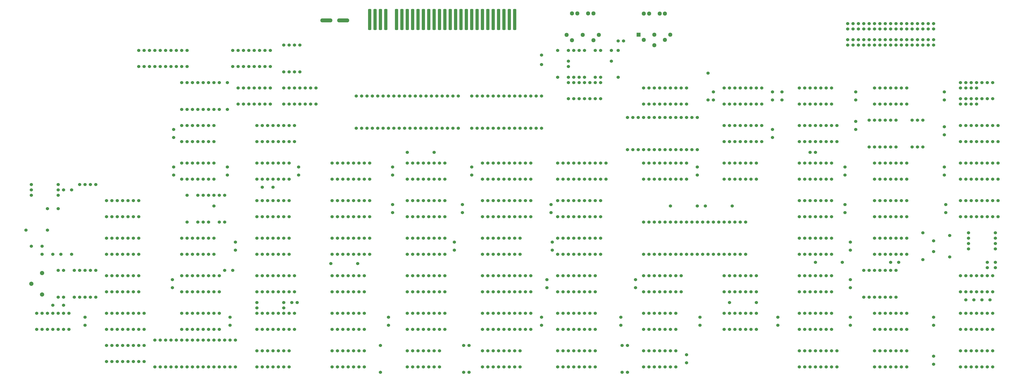
<source format=gbp>
%TF.GenerationSoftware,KiCad,Pcbnew,7.0.1-0*%
%TF.CreationDate,2023-04-04T14:40:02+03:00*%
%TF.ProjectId,HC2000,48433230-3030-42e6-9b69-6361645f7063,rev?*%
%TF.SameCoordinates,Original*%
%TF.FileFunction,Paste,Bot*%
%TF.FilePolarity,Positive*%
%FSLAX46Y46*%
G04 Gerber Fmt 4.6, Leading zero omitted, Abs format (unit mm)*
G04 Created by KiCad (PCBNEW 7.0.1-0) date 2023-04-04 14:40:02*
%MOMM*%
%LPD*%
G01*
G04 APERTURE LIST*
G04 Aperture macros list*
%AMRoundRect*
0 Rectangle with rounded corners*
0 $1 Rounding radius*
0 $2 $3 $4 $5 $6 $7 $8 $9 X,Y pos of 4 corners*
0 Add a 4 corners polygon primitive as box body*
4,1,4,$2,$3,$4,$5,$6,$7,$8,$9,$2,$3,0*
0 Add four circle primitives for the rounded corners*
1,1,$1+$1,$2,$3*
1,1,$1+$1,$4,$5*
1,1,$1+$1,$6,$7*
1,1,$1+$1,$8,$9*
0 Add four rect primitives between the rounded corners*
20,1,$1+$1,$2,$3,$4,$5,0*
20,1,$1+$1,$4,$5,$6,$7,0*
20,1,$1+$1,$6,$7,$8,$9,0*
20,1,$1+$1,$8,$9,$2,$3,0*%
G04 Aperture macros list end*
%ADD10C,1.524000*%
%ADD11C,1.948180*%
%ADD12RoundRect,0.381000X-0.381000X-4.619000X0.381000X-4.619000X0.381000X4.619000X-0.381000X4.619000X0*%
%ADD13C,2.000000*%
%ADD14R,1.948180X1.948180*%
%ADD15O,5.715000X1.905000*%
G04 APERTURE END LIST*
D10*
X523900000Y-153110000D03*
X523900000Y-165810000D03*
X275615000Y-193115000D03*
X275615000Y-196925000D03*
X506120000Y-236930000D03*
X506120000Y-224230000D03*
D11*
X357930000Y-112700000D03*
X365550000Y-112700000D03*
X373170000Y-112700000D03*
X360470000Y-115240000D03*
X370630000Y-115240000D03*
X370630000Y-102540000D03*
X368090000Y-102540000D03*
X363010000Y-102540000D03*
X360470000Y-102540000D03*
D10*
X155600000Y-127710000D03*
X158140000Y-127710000D03*
X160680000Y-127710000D03*
X163220000Y-127710000D03*
X165760000Y-127710000D03*
X168300000Y-127710000D03*
X170840000Y-127710000D03*
X173380000Y-127710000D03*
X175920000Y-127710000D03*
X178460000Y-127710000D03*
X178460000Y-120090000D03*
X175920000Y-120090000D03*
X173380000Y-120090000D03*
X170840000Y-120090000D03*
X168300000Y-120090000D03*
X165760000Y-120090000D03*
X163220000Y-120090000D03*
X160680000Y-120090000D03*
X158140000Y-120090000D03*
X155600000Y-120090000D03*
X193700000Y-201370000D03*
X193700000Y-188670000D03*
X282600000Y-234390000D03*
X285140000Y-234390000D03*
X287680000Y-234390000D03*
X290220000Y-234390000D03*
X292760000Y-234390000D03*
X295300000Y-234390000D03*
X297840000Y-234390000D03*
X300380000Y-234390000D03*
X300380000Y-226770000D03*
X297840000Y-226770000D03*
X295300000Y-226770000D03*
X292760000Y-226770000D03*
X290220000Y-226770000D03*
X287680000Y-226770000D03*
X285140000Y-226770000D03*
X282600000Y-226770000D03*
D12*
X264820000Y-105485000D03*
X267360000Y-105485000D03*
X269900000Y-105485000D03*
X272440000Y-105485000D03*
X277520000Y-105485000D03*
X280060000Y-105485000D03*
X282600000Y-105485000D03*
X285140000Y-105485000D03*
X287680000Y-105485000D03*
X290220000Y-105485000D03*
X292760000Y-105485000D03*
X295300000Y-105485000D03*
X297840000Y-105485000D03*
X300380000Y-105485000D03*
X302920000Y-105485000D03*
X305460000Y-105485000D03*
X308000000Y-105485000D03*
X310540000Y-105485000D03*
X313080000Y-105485000D03*
X315620000Y-105485000D03*
X318160000Y-105485000D03*
X320700000Y-105485000D03*
X323240000Y-105485000D03*
X325780000Y-105485000D03*
X328320000Y-105485000D03*
X330860000Y-105485000D03*
X333400000Y-105485000D03*
D10*
X503580000Y-224230000D03*
X503580000Y-236930000D03*
X197510000Y-135330000D03*
X197510000Y-148030000D03*
X414680000Y-264235000D03*
X414680000Y-268045000D03*
X231165000Y-175335000D03*
X231165000Y-179145000D03*
X503580000Y-145490000D03*
X506120000Y-145490000D03*
X508660000Y-145490000D03*
X511200000Y-145490000D03*
X513740000Y-145490000D03*
X516280000Y-145490000D03*
X518820000Y-145490000D03*
X518820000Y-137870000D03*
X516280000Y-137870000D03*
X513740000Y-137870000D03*
X511200000Y-137870000D03*
X508660000Y-137870000D03*
X506120000Y-137870000D03*
X503580000Y-137870000D03*
X432460000Y-163270000D03*
X435000000Y-163270000D03*
X437540000Y-163270000D03*
X440080000Y-163270000D03*
X442620000Y-163270000D03*
X445160000Y-163270000D03*
X447700000Y-163270000D03*
X450240000Y-163270000D03*
X450240000Y-155650000D03*
X447700000Y-155650000D03*
X445160000Y-155650000D03*
X442620000Y-155650000D03*
X440080000Y-155650000D03*
X437540000Y-155650000D03*
X435000000Y-155650000D03*
X432460000Y-155650000D03*
X171475000Y-228675000D03*
X171475000Y-232485000D03*
X107340000Y-252170000D03*
X109880000Y-252170000D03*
X112420000Y-252170000D03*
X114960000Y-252170000D03*
X117500000Y-252170000D03*
X120040000Y-252170000D03*
X122580000Y-252170000D03*
X122580000Y-244550000D03*
X120040000Y-244550000D03*
X117500000Y-244550000D03*
X114960000Y-244550000D03*
X112420000Y-244550000D03*
X109880000Y-244550000D03*
X107340000Y-244550000D03*
X513740000Y-236930000D03*
X513740000Y-224230000D03*
X231800000Y-117550000D03*
X231800000Y-130250000D03*
X247040000Y-181050000D03*
X249580000Y-181050000D03*
X252120000Y-181050000D03*
X254660000Y-181050000D03*
X257200000Y-181050000D03*
X259740000Y-181050000D03*
X262280000Y-181050000D03*
X264820000Y-181050000D03*
X264820000Y-173430000D03*
X262280000Y-173430000D03*
X259740000Y-173430000D03*
X257200000Y-173430000D03*
X254660000Y-173430000D03*
X252120000Y-173430000D03*
X249580000Y-173430000D03*
X247040000Y-173430000D03*
X175920000Y-181050000D03*
X178460000Y-181050000D03*
X181000000Y-181050000D03*
X183540000Y-181050000D03*
X186080000Y-181050000D03*
X188620000Y-181050000D03*
X191160000Y-181050000D03*
X191160000Y-173430000D03*
X188620000Y-173430000D03*
X186080000Y-173430000D03*
X183540000Y-173430000D03*
X181000000Y-173430000D03*
X178460000Y-173430000D03*
X175920000Y-173430000D03*
X175920000Y-269950000D03*
X175920000Y-257250000D03*
X211480000Y-234390000D03*
X214020000Y-234390000D03*
X216560000Y-234390000D03*
X219100000Y-234390000D03*
X221640000Y-234390000D03*
X224180000Y-234390000D03*
X226720000Y-234390000D03*
X229260000Y-234390000D03*
X229260000Y-226770000D03*
X226720000Y-226770000D03*
X224180000Y-226770000D03*
X221640000Y-226770000D03*
X219100000Y-226770000D03*
X216560000Y-226770000D03*
X214020000Y-226770000D03*
X211480000Y-226770000D03*
X457860000Y-246455000D03*
X457860000Y-250265000D03*
X394360000Y-181050000D03*
X396900000Y-181050000D03*
X399440000Y-181050000D03*
X401980000Y-181050000D03*
X404520000Y-181050000D03*
X407060000Y-181050000D03*
X409600000Y-181050000D03*
X412140000Y-181050000D03*
X414680000Y-181050000D03*
X414680000Y-173430000D03*
X412140000Y-173430000D03*
X409600000Y-173430000D03*
X407060000Y-173430000D03*
X404520000Y-173430000D03*
X401980000Y-173430000D03*
X399440000Y-173430000D03*
X396900000Y-173430000D03*
X394360000Y-173430000D03*
X503580000Y-181050000D03*
X506120000Y-181050000D03*
X508660000Y-181050000D03*
X511200000Y-181050000D03*
X513740000Y-181050000D03*
X516280000Y-181050000D03*
X518820000Y-181050000D03*
X518820000Y-173430000D03*
X516280000Y-173430000D03*
X513740000Y-173430000D03*
X511200000Y-173430000D03*
X508660000Y-173430000D03*
X506120000Y-173430000D03*
X503580000Y-173430000D03*
X193700000Y-148030000D03*
X193700000Y-135330000D03*
X558190000Y-238200000D03*
X554380000Y-238200000D03*
X201320000Y-257250000D03*
X201320000Y-269950000D03*
X186080000Y-201370000D03*
X186080000Y-188670000D03*
X135280000Y-224230000D03*
X135280000Y-236930000D03*
X247040000Y-216610000D03*
X249580000Y-216610000D03*
X252120000Y-216610000D03*
X254660000Y-216610000D03*
X257200000Y-216610000D03*
X259740000Y-216610000D03*
X262280000Y-216610000D03*
X264820000Y-216610000D03*
X264820000Y-208990000D03*
X262280000Y-208990000D03*
X259740000Y-208990000D03*
X257200000Y-208990000D03*
X254660000Y-208990000D03*
X252120000Y-208990000D03*
X249580000Y-208990000D03*
X247040000Y-208990000D03*
X165760000Y-269950000D03*
X165760000Y-257250000D03*
X308635000Y-193115000D03*
X308635000Y-196925000D03*
X168300000Y-269950000D03*
X168300000Y-257250000D03*
X175920000Y-135330000D03*
X175920000Y-148030000D03*
X394360000Y-216610000D03*
X396900000Y-216610000D03*
X399440000Y-216610000D03*
X401980000Y-216610000D03*
X404520000Y-216610000D03*
X407060000Y-216610000D03*
X409600000Y-216610000D03*
X412140000Y-216610000D03*
X414680000Y-216610000D03*
X417220000Y-216610000D03*
X419760000Y-216610000D03*
X422300000Y-216610000D03*
X424840000Y-216610000D03*
X427380000Y-216610000D03*
X429920000Y-216610000D03*
X432460000Y-216610000D03*
X435000000Y-216610000D03*
X437540000Y-216610000D03*
X440080000Y-216610000D03*
X442620000Y-216610000D03*
X442620000Y-201370000D03*
X440080000Y-201370000D03*
X437540000Y-201370000D03*
X435000000Y-201370000D03*
X432460000Y-201370000D03*
X429920000Y-201370000D03*
X427380000Y-201370000D03*
X424840000Y-201370000D03*
X422300000Y-201370000D03*
X419760000Y-201370000D03*
X417220000Y-201370000D03*
X414680000Y-201370000D03*
X412140000Y-201370000D03*
X409600000Y-201370000D03*
X407060000Y-201370000D03*
X404520000Y-201370000D03*
X401980000Y-201370000D03*
X399440000Y-201370000D03*
X396900000Y-201370000D03*
X394360000Y-201370000D03*
X455320000Y-139775000D03*
X455320000Y-143585000D03*
X560730000Y-214070000D03*
X548030000Y-214070000D03*
X224180000Y-145490000D03*
X226720000Y-145490000D03*
X229260000Y-145490000D03*
X231800000Y-145490000D03*
X234340000Y-145490000D03*
X236880000Y-145490000D03*
X239420000Y-145490000D03*
X239420000Y-137870000D03*
X236880000Y-137870000D03*
X234340000Y-137870000D03*
X231800000Y-137870000D03*
X229260000Y-137870000D03*
X226720000Y-137870000D03*
X224180000Y-137870000D03*
X120040000Y-224230000D03*
X120040000Y-236930000D03*
X358800000Y-142950000D03*
X361340000Y-142950000D03*
X363880000Y-142950000D03*
X366420000Y-142950000D03*
X368960000Y-142950000D03*
X371500000Y-142950000D03*
X374040000Y-142950000D03*
X374040000Y-135330000D03*
X371500000Y-135330000D03*
X368960000Y-135330000D03*
X366420000Y-135330000D03*
X363880000Y-135330000D03*
X361340000Y-135330000D03*
X358800000Y-135330000D03*
X353720000Y-252170000D03*
X356260000Y-252170000D03*
X358800000Y-252170000D03*
X361340000Y-252170000D03*
X363880000Y-252170000D03*
X366420000Y-252170000D03*
X368960000Y-252170000D03*
X371500000Y-252170000D03*
X371500000Y-244550000D03*
X368960000Y-244550000D03*
X366420000Y-244550000D03*
X363880000Y-244550000D03*
X361340000Y-244550000D03*
X358800000Y-244550000D03*
X356260000Y-244550000D03*
X353720000Y-244550000D03*
X247040000Y-252170000D03*
X249580000Y-252170000D03*
X252120000Y-252170000D03*
X254660000Y-252170000D03*
X257200000Y-252170000D03*
X259740000Y-252170000D03*
X262280000Y-252170000D03*
X262280000Y-244550000D03*
X259740000Y-244550000D03*
X257200000Y-244550000D03*
X254660000Y-244550000D03*
X252120000Y-244550000D03*
X249580000Y-244550000D03*
X247040000Y-244550000D03*
X544220000Y-163270000D03*
X546760000Y-163270000D03*
X549300000Y-163270000D03*
X551840000Y-163270000D03*
X554380000Y-163270000D03*
X556920000Y-163270000D03*
X559460000Y-163270000D03*
X562000000Y-163270000D03*
X562000000Y-155650000D03*
X559460000Y-155650000D03*
X556920000Y-155650000D03*
X554380000Y-155650000D03*
X551840000Y-155650000D03*
X549300000Y-155650000D03*
X546760000Y-155650000D03*
X544220000Y-155650000D03*
X503580000Y-269950000D03*
X506120000Y-269950000D03*
X508660000Y-269950000D03*
X511200000Y-269950000D03*
X513740000Y-269950000D03*
X516280000Y-269950000D03*
X518820000Y-269950000D03*
X518820000Y-262330000D03*
X516280000Y-262330000D03*
X513740000Y-262330000D03*
X511200000Y-262330000D03*
X508660000Y-262330000D03*
X506120000Y-262330000D03*
X503580000Y-262330000D03*
X282600000Y-198830000D03*
X285140000Y-198830000D03*
X287680000Y-198830000D03*
X290220000Y-198830000D03*
X292760000Y-198830000D03*
X295300000Y-198830000D03*
X297840000Y-198830000D03*
X300380000Y-198830000D03*
X300380000Y-191210000D03*
X297840000Y-191210000D03*
X295300000Y-191210000D03*
X292760000Y-191210000D03*
X290220000Y-191210000D03*
X287680000Y-191210000D03*
X285140000Y-191210000D03*
X282600000Y-191210000D03*
X351180000Y-210895000D03*
X351180000Y-214705000D03*
X140360000Y-234390000D03*
X142900000Y-234390000D03*
X145440000Y-234390000D03*
X147980000Y-234390000D03*
X150520000Y-234390000D03*
X153060000Y-234390000D03*
X155600000Y-234390000D03*
X155600000Y-226770000D03*
X153060000Y-226770000D03*
X150520000Y-226770000D03*
X147980000Y-226770000D03*
X145440000Y-226770000D03*
X142900000Y-226770000D03*
X140360000Y-226770000D03*
X511200000Y-220420000D03*
X515010000Y-220420000D03*
X175920000Y-163270000D03*
X178460000Y-163270000D03*
X181000000Y-163270000D03*
X183540000Y-163270000D03*
X186080000Y-163270000D03*
X188620000Y-163270000D03*
X191160000Y-163270000D03*
X191160000Y-155650000D03*
X188620000Y-155650000D03*
X186080000Y-155650000D03*
X183540000Y-155650000D03*
X181000000Y-155650000D03*
X178460000Y-155650000D03*
X175920000Y-155650000D03*
D13*
X109880000Y-225500000D03*
X104800000Y-230580000D03*
X109880000Y-235660000D03*
D10*
X275615000Y-175335000D03*
X275615000Y-179145000D03*
X560730000Y-211530000D03*
X548030000Y-211530000D03*
X427380000Y-139775000D03*
X427380000Y-143585000D03*
X503580000Y-198830000D03*
X506120000Y-198830000D03*
X508660000Y-198830000D03*
X511200000Y-198830000D03*
X513740000Y-198830000D03*
X516280000Y-198830000D03*
X518820000Y-198830000D03*
X518820000Y-191210000D03*
X516280000Y-191210000D03*
X513740000Y-191210000D03*
X511200000Y-191210000D03*
X508660000Y-191210000D03*
X506120000Y-191210000D03*
X503580000Y-191210000D03*
X353720000Y-198830000D03*
X356260000Y-198830000D03*
X358800000Y-198830000D03*
X361340000Y-198830000D03*
X363880000Y-198830000D03*
X366420000Y-198830000D03*
X368960000Y-198830000D03*
X371500000Y-198830000D03*
X374040000Y-198830000D03*
X374040000Y-191210000D03*
X371500000Y-191210000D03*
X368960000Y-191210000D03*
X366420000Y-191210000D03*
X363880000Y-191210000D03*
X361340000Y-191210000D03*
X358800000Y-191210000D03*
X356260000Y-191210000D03*
X353720000Y-191210000D03*
X186080000Y-148030000D03*
X186080000Y-135330000D03*
X371500000Y-132790000D03*
X371500000Y-120090000D03*
X117500000Y-186130000D03*
X104800000Y-186130000D03*
X548030000Y-206450000D03*
X560730000Y-206450000D03*
X211480000Y-181050000D03*
X214020000Y-181050000D03*
X216560000Y-181050000D03*
X219100000Y-181050000D03*
X221640000Y-181050000D03*
X224180000Y-181050000D03*
X226720000Y-181050000D03*
X226720000Y-173430000D03*
X224180000Y-173430000D03*
X221640000Y-173430000D03*
X219100000Y-173430000D03*
X216560000Y-173430000D03*
X214020000Y-173430000D03*
X211480000Y-173430000D03*
X309270000Y-259790000D03*
X309270000Y-272490000D03*
X318160000Y-234390000D03*
X320700000Y-234390000D03*
X323240000Y-234390000D03*
X325780000Y-234390000D03*
X328320000Y-234390000D03*
X330860000Y-234390000D03*
X333400000Y-234390000D03*
X335940000Y-234390000D03*
X338480000Y-234390000D03*
X341020000Y-234390000D03*
X341020000Y-226770000D03*
X338480000Y-226770000D03*
X335940000Y-226770000D03*
X333400000Y-226770000D03*
X330860000Y-226770000D03*
X328320000Y-226770000D03*
X325780000Y-226770000D03*
X323240000Y-226770000D03*
X320700000Y-226770000D03*
X318160000Y-226770000D03*
D14*
X391941920Y-112618720D03*
D11*
X394441280Y-115118080D03*
X399440000Y-112618720D03*
X404438720Y-115118080D03*
X406938080Y-112618720D03*
X399440000Y-117619980D03*
X404438720Y-102621280D03*
X401939360Y-102621280D03*
X396940640Y-102621280D03*
X394441280Y-102621280D03*
D10*
X531520000Y-107390000D03*
X531520000Y-109930000D03*
X528980000Y-107390000D03*
X528980000Y-109930000D03*
X526440000Y-107390000D03*
X526440000Y-109930000D03*
X523900000Y-107390000D03*
X523900000Y-109930000D03*
X521360000Y-107390000D03*
X521360000Y-109930000D03*
X518820000Y-107390000D03*
X518820000Y-109930000D03*
X516280000Y-107390000D03*
X516280000Y-109930000D03*
X513740000Y-107390000D03*
X513740000Y-109930000D03*
X511200000Y-107390000D03*
X511200000Y-109930000D03*
X508660000Y-107390000D03*
X508660000Y-109930000D03*
X506120000Y-107390000D03*
X506120000Y-109930000D03*
X503580000Y-107390000D03*
X503580000Y-109930000D03*
X501040000Y-107390000D03*
X501040000Y-109930000D03*
X498500000Y-107390000D03*
X498500000Y-109930000D03*
X495960000Y-107390000D03*
X495960000Y-109930000D03*
X493420000Y-107390000D03*
X493420000Y-109930000D03*
X490880000Y-107390000D03*
X490880000Y-109930000D03*
X140360000Y-216610000D03*
X142900000Y-216610000D03*
X145440000Y-216610000D03*
X147980000Y-216610000D03*
X150520000Y-216610000D03*
X153060000Y-216610000D03*
X155600000Y-216610000D03*
X155600000Y-208990000D03*
X153060000Y-208990000D03*
X150520000Y-208990000D03*
X147980000Y-208990000D03*
X145440000Y-208990000D03*
X142900000Y-208990000D03*
X140360000Y-208990000D03*
X224180000Y-242010000D03*
X211480000Y-242010000D03*
X191160000Y-193750000D03*
X191160000Y-188670000D03*
X140360000Y-252170000D03*
X142900000Y-252170000D03*
X145440000Y-252170000D03*
X147980000Y-252170000D03*
X150520000Y-252170000D03*
X153060000Y-252170000D03*
X155600000Y-252170000D03*
X158140000Y-252170000D03*
X158140000Y-244550000D03*
X155600000Y-244550000D03*
X153060000Y-244550000D03*
X150520000Y-244550000D03*
X147980000Y-244550000D03*
X145440000Y-244550000D03*
X142900000Y-244550000D03*
X140360000Y-244550000D03*
X353720000Y-269950000D03*
X356260000Y-269950000D03*
X358800000Y-269950000D03*
X361340000Y-269950000D03*
X363880000Y-269950000D03*
X366420000Y-269950000D03*
X368960000Y-269950000D03*
X371500000Y-269950000D03*
X371500000Y-262330000D03*
X368960000Y-262330000D03*
X366420000Y-262330000D03*
X363880000Y-262330000D03*
X361340000Y-262330000D03*
X358800000Y-262330000D03*
X356260000Y-262330000D03*
X353720000Y-262330000D03*
X311810000Y-272490000D03*
X311810000Y-259790000D03*
X501040000Y-165810000D03*
X501040000Y-153110000D03*
X117500000Y-195020000D03*
X112420000Y-195020000D03*
X219100000Y-184860000D03*
X214020000Y-184860000D03*
X181000000Y-257250000D03*
X181000000Y-269950000D03*
X394360000Y-252170000D03*
X396900000Y-252170000D03*
X399440000Y-252170000D03*
X401980000Y-252170000D03*
X404520000Y-252170000D03*
X407060000Y-252170000D03*
X409600000Y-252170000D03*
X409600000Y-244550000D03*
X407060000Y-244550000D03*
X404520000Y-244550000D03*
X401980000Y-244550000D03*
X399440000Y-244550000D03*
X396900000Y-244550000D03*
X394360000Y-244550000D03*
X196240000Y-201370000D03*
X196240000Y-188670000D03*
X503580000Y-165810000D03*
X503580000Y-153110000D03*
X175920000Y-216610000D03*
X178460000Y-216610000D03*
X181000000Y-216610000D03*
X183540000Y-216610000D03*
X186080000Y-216610000D03*
X188620000Y-216610000D03*
X191160000Y-216610000D03*
X191160000Y-208990000D03*
X188620000Y-208990000D03*
X186080000Y-208990000D03*
X183540000Y-208990000D03*
X181000000Y-208990000D03*
X178460000Y-208990000D03*
X175920000Y-208990000D03*
X468020000Y-198830000D03*
X470560000Y-198830000D03*
X473100000Y-198830000D03*
X475640000Y-198830000D03*
X478180000Y-198830000D03*
X480720000Y-198830000D03*
X483260000Y-198830000D03*
X483260000Y-191210000D03*
X480720000Y-191210000D03*
X478180000Y-191210000D03*
X475640000Y-191210000D03*
X473100000Y-191210000D03*
X470560000Y-191210000D03*
X468020000Y-191210000D03*
X163220000Y-269950000D03*
X163220000Y-257250000D03*
X269900000Y-259790000D03*
X269900000Y-272490000D03*
X546760000Y-238200000D03*
X550570000Y-238200000D03*
X526440000Y-153110000D03*
X526440000Y-165810000D03*
X536600000Y-139775000D03*
X536600000Y-143585000D03*
X200050000Y-224230000D03*
X196240000Y-224230000D03*
X175920000Y-252170000D03*
X178460000Y-252170000D03*
X181000000Y-252170000D03*
X183540000Y-252170000D03*
X186080000Y-252170000D03*
X188620000Y-252170000D03*
X191160000Y-252170000D03*
X193700000Y-252170000D03*
X193700000Y-244550000D03*
X191160000Y-244550000D03*
X188620000Y-244550000D03*
X186080000Y-244550000D03*
X183540000Y-244550000D03*
X181000000Y-244550000D03*
X178460000Y-244550000D03*
X175920000Y-244550000D03*
X313080000Y-156920000D03*
X315620000Y-156920000D03*
X318160000Y-156920000D03*
X320700000Y-156920000D03*
X323240000Y-156920000D03*
X325780000Y-156920000D03*
X328320000Y-156920000D03*
X330860000Y-156920000D03*
X333400000Y-156920000D03*
X335940000Y-156920000D03*
X338480000Y-156920000D03*
X341020000Y-156920000D03*
X343560000Y-156920000D03*
X346100000Y-156920000D03*
X346100000Y-141680000D03*
X343560000Y-141680000D03*
X341020000Y-141680000D03*
X338480000Y-141680000D03*
X335940000Y-141680000D03*
X333400000Y-141680000D03*
X330860000Y-141680000D03*
X328320000Y-141680000D03*
X325780000Y-141680000D03*
X323240000Y-141680000D03*
X320700000Y-141680000D03*
X318160000Y-141680000D03*
X315620000Y-141680000D03*
X313080000Y-141680000D03*
X424840000Y-143585000D03*
X424840000Y-130885000D03*
X468020000Y-252170000D03*
X470560000Y-252170000D03*
X473100000Y-252170000D03*
X475640000Y-252170000D03*
X478180000Y-252170000D03*
X480720000Y-252170000D03*
X483260000Y-252170000D03*
X483260000Y-244550000D03*
X480720000Y-244550000D03*
X478180000Y-244550000D03*
X475640000Y-244550000D03*
X473100000Y-244550000D03*
X470560000Y-244550000D03*
X468020000Y-244550000D03*
X211480000Y-163270000D03*
X214020000Y-163270000D03*
X216560000Y-163270000D03*
X219100000Y-163270000D03*
X221640000Y-163270000D03*
X224180000Y-163270000D03*
X226720000Y-163270000D03*
X229260000Y-163270000D03*
X229260000Y-155650000D03*
X226720000Y-155650000D03*
X224180000Y-155650000D03*
X221640000Y-155650000D03*
X219100000Y-155650000D03*
X216560000Y-155650000D03*
X214020000Y-155650000D03*
X211480000Y-155650000D03*
X125120000Y-224230000D03*
X125120000Y-236930000D03*
X506120000Y-165810000D03*
X506120000Y-153110000D03*
X348640000Y-228675000D03*
X348640000Y-232485000D03*
X501040000Y-236930000D03*
X501040000Y-224230000D03*
X548030000Y-208990000D03*
X560730000Y-208990000D03*
X172110000Y-157555000D03*
X172110000Y-161365000D03*
X211480000Y-269950000D03*
X214020000Y-269950000D03*
X216560000Y-269950000D03*
X219100000Y-269950000D03*
X221640000Y-269950000D03*
X224180000Y-269950000D03*
X226720000Y-269950000D03*
X226720000Y-262330000D03*
X224180000Y-262330000D03*
X221640000Y-262330000D03*
X219100000Y-262330000D03*
X216560000Y-262330000D03*
X214020000Y-262330000D03*
X211480000Y-262330000D03*
X492150000Y-228675000D03*
X492150000Y-232485000D03*
X346100000Y-122312500D03*
X346100000Y-126757500D03*
X531520000Y-215340000D03*
X531520000Y-210260000D03*
X539140000Y-207720000D03*
X539140000Y-217880000D03*
X382295000Y-132790000D03*
X382295000Y-120090000D03*
X173380000Y-269950000D03*
X173380000Y-257250000D03*
X120040000Y-240740000D03*
X114960000Y-240740000D03*
X544220000Y-252170000D03*
X546760000Y-252170000D03*
X549300000Y-252170000D03*
X551840000Y-252170000D03*
X554380000Y-252170000D03*
X556920000Y-252170000D03*
X559460000Y-252170000D03*
X559460000Y-244550000D03*
X556920000Y-244550000D03*
X554380000Y-244550000D03*
X551840000Y-244550000D03*
X549300000Y-244550000D03*
X546760000Y-244550000D03*
X544220000Y-244550000D03*
X295300000Y-168350000D03*
X282600000Y-168350000D03*
X353720000Y-181050000D03*
X356260000Y-181050000D03*
X358800000Y-181050000D03*
X361340000Y-181050000D03*
X363880000Y-181050000D03*
X366420000Y-181050000D03*
X368960000Y-181050000D03*
X371500000Y-181050000D03*
X374040000Y-181050000D03*
X376580000Y-181050000D03*
X376580000Y-173430000D03*
X374040000Y-173430000D03*
X371500000Y-173430000D03*
X368960000Y-173430000D03*
X366420000Y-173430000D03*
X363880000Y-173430000D03*
X361340000Y-173430000D03*
X358800000Y-173430000D03*
X356260000Y-173430000D03*
X353720000Y-173430000D03*
X181000000Y-148030000D03*
X181000000Y-135330000D03*
X531520000Y-115010000D03*
X531520000Y-117550000D03*
X528980000Y-115010000D03*
X528980000Y-117550000D03*
X526440000Y-115010000D03*
X526440000Y-117550000D03*
X523900000Y-115010000D03*
X523900000Y-117550000D03*
X521360000Y-115010000D03*
X521360000Y-117550000D03*
X518820000Y-115010000D03*
X518820000Y-117550000D03*
X516280000Y-115010000D03*
X516280000Y-117550000D03*
X513740000Y-115010000D03*
X513740000Y-117550000D03*
X511200000Y-115010000D03*
X511200000Y-117550000D03*
X508660000Y-115010000D03*
X508660000Y-117550000D03*
X506120000Y-115010000D03*
X506120000Y-117550000D03*
X503580000Y-115010000D03*
X503580000Y-117550000D03*
X501040000Y-115010000D03*
X501040000Y-117550000D03*
X498500000Y-115010000D03*
X498500000Y-117550000D03*
X495960000Y-115010000D03*
X495960000Y-117550000D03*
X493420000Y-115010000D03*
X493420000Y-117550000D03*
X490880000Y-115010000D03*
X490880000Y-117550000D03*
X468020000Y-181050000D03*
X470560000Y-181050000D03*
X473100000Y-181050000D03*
X475640000Y-181050000D03*
X478180000Y-181050000D03*
X480720000Y-181050000D03*
X483260000Y-181050000D03*
X483260000Y-173430000D03*
X480720000Y-173430000D03*
X478180000Y-173430000D03*
X475640000Y-173430000D03*
X473100000Y-173430000D03*
X470560000Y-173430000D03*
X468020000Y-173430000D03*
X492150000Y-246455000D03*
X492150000Y-250265000D03*
X140360000Y-267410000D03*
X142900000Y-267410000D03*
X145440000Y-267410000D03*
X147980000Y-267410000D03*
X150520000Y-267410000D03*
X153060000Y-267410000D03*
X155600000Y-267410000D03*
X158140000Y-267410000D03*
X158140000Y-259790000D03*
X155600000Y-259790000D03*
X153060000Y-259790000D03*
X150520000Y-259790000D03*
X147980000Y-259790000D03*
X145440000Y-259790000D03*
X142900000Y-259790000D03*
X140360000Y-259790000D03*
X544220000Y-198830000D03*
X546760000Y-198830000D03*
X549300000Y-198830000D03*
X551840000Y-198830000D03*
X554380000Y-198830000D03*
X556920000Y-198830000D03*
X559460000Y-198830000D03*
X562000000Y-198830000D03*
X562000000Y-191210000D03*
X559460000Y-191210000D03*
X556920000Y-191210000D03*
X554380000Y-191210000D03*
X551840000Y-191210000D03*
X549300000Y-191210000D03*
X546760000Y-191210000D03*
X544220000Y-191210000D03*
X498500000Y-224230000D03*
X498500000Y-236930000D03*
X374040000Y-120090000D03*
X374040000Y-132790000D03*
X366420000Y-132790000D03*
X366420000Y-120090000D03*
X511200000Y-236930000D03*
X511200000Y-224230000D03*
X117500000Y-236930000D03*
X117500000Y-224230000D03*
X318160000Y-216610000D03*
X320700000Y-216610000D03*
X323240000Y-216610000D03*
X325780000Y-216610000D03*
X328320000Y-216610000D03*
X330860000Y-216610000D03*
X333400000Y-216610000D03*
X335940000Y-216610000D03*
X335940000Y-208990000D03*
X333400000Y-208990000D03*
X330860000Y-208990000D03*
X328320000Y-208990000D03*
X325780000Y-208990000D03*
X323240000Y-208990000D03*
X320700000Y-208990000D03*
X318160000Y-208990000D03*
X198780000Y-257250000D03*
X198780000Y-269950000D03*
X211480000Y-216610000D03*
X214020000Y-216610000D03*
X216560000Y-216610000D03*
X219100000Y-216610000D03*
X221640000Y-216610000D03*
X224180000Y-216610000D03*
X226720000Y-216610000D03*
X226720000Y-208990000D03*
X224180000Y-208990000D03*
X221640000Y-208990000D03*
X219100000Y-208990000D03*
X216560000Y-208990000D03*
X214020000Y-208990000D03*
X211480000Y-208990000D03*
X513740000Y-153110000D03*
X513740000Y-165810000D03*
X258470000Y-156920000D03*
X261010000Y-156920000D03*
X263550000Y-156920000D03*
X266090000Y-156920000D03*
X268630000Y-156920000D03*
X271170000Y-156920000D03*
X273710000Y-156920000D03*
X276250000Y-156920000D03*
X278790000Y-156920000D03*
X281330000Y-156920000D03*
X283870000Y-156920000D03*
X286410000Y-156920000D03*
X288950000Y-156920000D03*
X291490000Y-156920000D03*
X294030000Y-156920000D03*
X296570000Y-156920000D03*
X299110000Y-156920000D03*
X301650000Y-156920000D03*
X304190000Y-156920000D03*
X306730000Y-156920000D03*
X306730000Y-141680000D03*
X304190000Y-141680000D03*
X301650000Y-141680000D03*
X299110000Y-141680000D03*
X296570000Y-141680000D03*
X294030000Y-141680000D03*
X291490000Y-141680000D03*
X288950000Y-141680000D03*
X286410000Y-141680000D03*
X283870000Y-141680000D03*
X281330000Y-141680000D03*
X278790000Y-141680000D03*
X276250000Y-141680000D03*
X273710000Y-141680000D03*
X271170000Y-141680000D03*
X268630000Y-141680000D03*
X266090000Y-141680000D03*
X263550000Y-141680000D03*
X261010000Y-141680000D03*
X258470000Y-141680000D03*
X468020000Y-216610000D03*
X470560000Y-216610000D03*
X473100000Y-216610000D03*
X475640000Y-216610000D03*
X478180000Y-216610000D03*
X480720000Y-216610000D03*
X483260000Y-216610000D03*
X483260000Y-208990000D03*
X480720000Y-208990000D03*
X478180000Y-208990000D03*
X475640000Y-208990000D03*
X473100000Y-208990000D03*
X470560000Y-208990000D03*
X468020000Y-208990000D03*
X318160000Y-198830000D03*
X320700000Y-198830000D03*
X323240000Y-198830000D03*
X325780000Y-198830000D03*
X328320000Y-198830000D03*
X330860000Y-198830000D03*
X333400000Y-198830000D03*
X335940000Y-198830000D03*
X338480000Y-198830000D03*
X341020000Y-198830000D03*
X341020000Y-191210000D03*
X338480000Y-191210000D03*
X335940000Y-191210000D03*
X333400000Y-191210000D03*
X330860000Y-191210000D03*
X328320000Y-191210000D03*
X325780000Y-191210000D03*
X323240000Y-191210000D03*
X320700000Y-191210000D03*
X318160000Y-191210000D03*
X247040000Y-198830000D03*
X249580000Y-198830000D03*
X252120000Y-198830000D03*
X254660000Y-198830000D03*
X257200000Y-198830000D03*
X259740000Y-198830000D03*
X262280000Y-198830000D03*
X264820000Y-198830000D03*
X264820000Y-191210000D03*
X262280000Y-191210000D03*
X259740000Y-191210000D03*
X257200000Y-191210000D03*
X254660000Y-191210000D03*
X252120000Y-191210000D03*
X249580000Y-191210000D03*
X247040000Y-191210000D03*
X191160000Y-269950000D03*
X191160000Y-257250000D03*
X353720000Y-216610000D03*
X356260000Y-216610000D03*
X358800000Y-216610000D03*
X361340000Y-216610000D03*
X363880000Y-216610000D03*
X366420000Y-216610000D03*
X368960000Y-216610000D03*
X371500000Y-216610000D03*
X374040000Y-216610000D03*
X374040000Y-208990000D03*
X371500000Y-208990000D03*
X368960000Y-208990000D03*
X366420000Y-208990000D03*
X363880000Y-208990000D03*
X361340000Y-208990000D03*
X358800000Y-208990000D03*
X356260000Y-208990000D03*
X353720000Y-208990000D03*
X183540000Y-188670000D03*
X183540000Y-201370000D03*
X475640000Y-168350000D03*
X473100000Y-168350000D03*
D15*
X244310000Y-105900000D03*
X252310000Y-105900000D03*
D10*
X489610000Y-175335000D03*
X489610000Y-179145000D03*
X197510000Y-175335000D03*
X197510000Y-179145000D03*
X526440000Y-219150000D03*
X526440000Y-206450000D03*
X193700000Y-269950000D03*
X193700000Y-257250000D03*
X282600000Y-181050000D03*
X285140000Y-181050000D03*
X287680000Y-181050000D03*
X290220000Y-181050000D03*
X292760000Y-181050000D03*
X295300000Y-181050000D03*
X297840000Y-181050000D03*
X300380000Y-181050000D03*
X300380000Y-173430000D03*
X297840000Y-173430000D03*
X295300000Y-173430000D03*
X292760000Y-173430000D03*
X290220000Y-173430000D03*
X287680000Y-173430000D03*
X285140000Y-173430000D03*
X282600000Y-173430000D03*
X304825000Y-210895000D03*
X304825000Y-214705000D03*
X536600000Y-175335000D03*
X536600000Y-179145000D03*
X492150000Y-210895000D03*
X492150000Y-214705000D03*
X544220000Y-142950000D03*
X546760000Y-142950000D03*
X549300000Y-142950000D03*
X551840000Y-142950000D03*
X554380000Y-142950000D03*
X556920000Y-142950000D03*
X559460000Y-142950000D03*
X559460000Y-135330000D03*
X556920000Y-135330000D03*
X554380000Y-135330000D03*
X551840000Y-135330000D03*
X549300000Y-135330000D03*
X546760000Y-135330000D03*
X544220000Y-135330000D03*
X537235000Y-193115000D03*
X537235000Y-196925000D03*
X556920000Y-220420000D03*
X560730000Y-220420000D03*
X494690000Y-157555000D03*
X494690000Y-153745000D03*
X227990000Y-239440000D03*
X230530000Y-239440000D03*
X407060000Y-193750000D03*
X419760000Y-193750000D03*
X201320000Y-210895000D03*
X201320000Y-214705000D03*
X130200000Y-236930000D03*
X130200000Y-224230000D03*
X211480000Y-198830000D03*
X214020000Y-198830000D03*
X216560000Y-198830000D03*
X219100000Y-198830000D03*
X221640000Y-198830000D03*
X224180000Y-198830000D03*
X226720000Y-198830000D03*
X226720000Y-191210000D03*
X224180000Y-191210000D03*
X221640000Y-191210000D03*
X219100000Y-191210000D03*
X216560000Y-191210000D03*
X214020000Y-191210000D03*
X211480000Y-191210000D03*
X536600000Y-156285000D03*
X536600000Y-160095000D03*
X468020000Y-234390000D03*
X470560000Y-234390000D03*
X473100000Y-234390000D03*
X475640000Y-234390000D03*
X478180000Y-234390000D03*
X480720000Y-234390000D03*
X483260000Y-234390000D03*
X483260000Y-226770000D03*
X480720000Y-226770000D03*
X478180000Y-226770000D03*
X475640000Y-226770000D03*
X473100000Y-226770000D03*
X470560000Y-226770000D03*
X468020000Y-226770000D03*
X489610000Y-193115000D03*
X489610000Y-196925000D03*
X361340000Y-132790000D03*
X361340000Y-120090000D03*
X117500000Y-188670000D03*
X104800000Y-188670000D03*
X383565000Y-246455000D03*
X383565000Y-250265000D03*
X130200000Y-246455000D03*
X130200000Y-250265000D03*
X544220000Y-181050000D03*
X546760000Y-181050000D03*
X549300000Y-181050000D03*
X551840000Y-181050000D03*
X554380000Y-181050000D03*
X556920000Y-181050000D03*
X559460000Y-181050000D03*
X562000000Y-181050000D03*
X562000000Y-173430000D03*
X559460000Y-173430000D03*
X556920000Y-173430000D03*
X554380000Y-173430000D03*
X551840000Y-173430000D03*
X549300000Y-173430000D03*
X546760000Y-173430000D03*
X544220000Y-173430000D03*
X178460000Y-148030000D03*
X178460000Y-135330000D03*
X282600000Y-252170000D03*
X285140000Y-252170000D03*
X287680000Y-252170000D03*
X290220000Y-252170000D03*
X292760000Y-252170000D03*
X295300000Y-252170000D03*
X297840000Y-252170000D03*
X300380000Y-252170000D03*
X300380000Y-244550000D03*
X297840000Y-244550000D03*
X295300000Y-244550000D03*
X292760000Y-244550000D03*
X290220000Y-244550000D03*
X287680000Y-244550000D03*
X285140000Y-244550000D03*
X282600000Y-244550000D03*
X170840000Y-269950000D03*
X170840000Y-257250000D03*
X183540000Y-257250000D03*
X183540000Y-269950000D03*
X386740000Y-167080000D03*
X389280000Y-167080000D03*
X391820000Y-167080000D03*
X394360000Y-167080000D03*
X396900000Y-167080000D03*
X399440000Y-167080000D03*
X401980000Y-167080000D03*
X404520000Y-167080000D03*
X407060000Y-167080000D03*
X409600000Y-167080000D03*
X412140000Y-167080000D03*
X414680000Y-167080000D03*
X417220000Y-167080000D03*
X419760000Y-167080000D03*
X419760000Y-151840000D03*
X417220000Y-151840000D03*
X414680000Y-151840000D03*
X412140000Y-151840000D03*
X409600000Y-151840000D03*
X407060000Y-151840000D03*
X404520000Y-151840000D03*
X401980000Y-151840000D03*
X399440000Y-151840000D03*
X396900000Y-151840000D03*
X394360000Y-151840000D03*
X391820000Y-151840000D03*
X389280000Y-151840000D03*
X386740000Y-151840000D03*
X226720000Y-117550000D03*
X226720000Y-130250000D03*
X196240000Y-269950000D03*
X196240000Y-257250000D03*
X318160000Y-181050000D03*
X320700000Y-181050000D03*
X323240000Y-181050000D03*
X325780000Y-181050000D03*
X328320000Y-181050000D03*
X330860000Y-181050000D03*
X333400000Y-181050000D03*
X335940000Y-181050000D03*
X338480000Y-181050000D03*
X341020000Y-181050000D03*
X341020000Y-173430000D03*
X338480000Y-173430000D03*
X335940000Y-173430000D03*
X333400000Y-173430000D03*
X330860000Y-173430000D03*
X328320000Y-173430000D03*
X325780000Y-173430000D03*
X323240000Y-173430000D03*
X320700000Y-173430000D03*
X318160000Y-173430000D03*
X432460000Y-181050000D03*
X435000000Y-181050000D03*
X437540000Y-181050000D03*
X440080000Y-181050000D03*
X442620000Y-181050000D03*
X445160000Y-181050000D03*
X447700000Y-181050000D03*
X447700000Y-173430000D03*
X445160000Y-173430000D03*
X442620000Y-173430000D03*
X440080000Y-173430000D03*
X437540000Y-173430000D03*
X435000000Y-173430000D03*
X432460000Y-173430000D03*
X394360000Y-234390000D03*
X396900000Y-234390000D03*
X399440000Y-234390000D03*
X401980000Y-234390000D03*
X404520000Y-234390000D03*
X407060000Y-234390000D03*
X409600000Y-234390000D03*
X412140000Y-234390000D03*
X412140000Y-226770000D03*
X409600000Y-226770000D03*
X407060000Y-226770000D03*
X404520000Y-226770000D03*
X401980000Y-226770000D03*
X399440000Y-226770000D03*
X396900000Y-226770000D03*
X394360000Y-226770000D03*
X394360000Y-269950000D03*
X396900000Y-269950000D03*
X399440000Y-269950000D03*
X401980000Y-269950000D03*
X404520000Y-269950000D03*
X407060000Y-269950000D03*
X409600000Y-269950000D03*
X409600000Y-262330000D03*
X407060000Y-262330000D03*
X404520000Y-262330000D03*
X401980000Y-262330000D03*
X399440000Y-262330000D03*
X396900000Y-262330000D03*
X394360000Y-262330000D03*
X358800000Y-125170000D03*
X358800000Y-120090000D03*
X140360000Y-198830000D03*
X142900000Y-198830000D03*
X145440000Y-198830000D03*
X147980000Y-198830000D03*
X150520000Y-198830000D03*
X153060000Y-198830000D03*
X155600000Y-198830000D03*
X155600000Y-191210000D03*
X153060000Y-191210000D03*
X150520000Y-191210000D03*
X147980000Y-191210000D03*
X145440000Y-191210000D03*
X142900000Y-191210000D03*
X140360000Y-191210000D03*
X521360000Y-153110000D03*
X521360000Y-165810000D03*
X353720000Y-120090000D03*
X353720000Y-132790000D03*
X432460000Y-145490000D03*
X435000000Y-145490000D03*
X437540000Y-145490000D03*
X440080000Y-145490000D03*
X442620000Y-145490000D03*
X445160000Y-145490000D03*
X447700000Y-145490000D03*
X450240000Y-145490000D03*
X450240000Y-137870000D03*
X447700000Y-137870000D03*
X445160000Y-137870000D03*
X442620000Y-137870000D03*
X440080000Y-137870000D03*
X437540000Y-137870000D03*
X435000000Y-137870000D03*
X432460000Y-137870000D03*
X318160000Y-252170000D03*
X320700000Y-252170000D03*
X323240000Y-252170000D03*
X325780000Y-252170000D03*
X328320000Y-252170000D03*
X330860000Y-252170000D03*
X333400000Y-252170000D03*
X335940000Y-252170000D03*
X338480000Y-252170000D03*
X341020000Y-252170000D03*
X341020000Y-244550000D03*
X338480000Y-244550000D03*
X335940000Y-244550000D03*
X333400000Y-244550000D03*
X330860000Y-244550000D03*
X328320000Y-244550000D03*
X325780000Y-244550000D03*
X323240000Y-244550000D03*
X320700000Y-244550000D03*
X318160000Y-244550000D03*
X198780000Y-246455000D03*
X198780000Y-250265000D03*
X123850000Y-186130000D03*
X120040000Y-186130000D03*
X135280000Y-183590000D03*
X132740000Y-183590000D03*
X130200000Y-183590000D03*
X127660000Y-183590000D03*
X247040000Y-269950000D03*
X249580000Y-269950000D03*
X252120000Y-269950000D03*
X254660000Y-269950000D03*
X257200000Y-269950000D03*
X259740000Y-269950000D03*
X262280000Y-269950000D03*
X262280000Y-262330000D03*
X259740000Y-262330000D03*
X257200000Y-262330000D03*
X254660000Y-262330000D03*
X252120000Y-262330000D03*
X249580000Y-262330000D03*
X247040000Y-262330000D03*
X200050000Y-127710000D03*
X202590000Y-127710000D03*
X205130000Y-127710000D03*
X207670000Y-127710000D03*
X210210000Y-127710000D03*
X212750000Y-127710000D03*
X215290000Y-127710000D03*
X217830000Y-127710000D03*
X217830000Y-120090000D03*
X215290000Y-120090000D03*
X212750000Y-120090000D03*
X210210000Y-120090000D03*
X207670000Y-120090000D03*
X205130000Y-120090000D03*
X202590000Y-120090000D03*
X200050000Y-120090000D03*
X531520000Y-268680000D03*
X531520000Y-264870000D03*
X282600000Y-269950000D03*
X285140000Y-269950000D03*
X287680000Y-269950000D03*
X290220000Y-269950000D03*
X292760000Y-269950000D03*
X295300000Y-269950000D03*
X297840000Y-269950000D03*
X297840000Y-262330000D03*
X295300000Y-262330000D03*
X292760000Y-262330000D03*
X290220000Y-262330000D03*
X287680000Y-262330000D03*
X285140000Y-262330000D03*
X282600000Y-262330000D03*
X503580000Y-216610000D03*
X506120000Y-216610000D03*
X508660000Y-216610000D03*
X511200000Y-216610000D03*
X513740000Y-216610000D03*
X516280000Y-216610000D03*
X518820000Y-216610000D03*
X518820000Y-208990000D03*
X516280000Y-208990000D03*
X513740000Y-208990000D03*
X511200000Y-208990000D03*
X508660000Y-208990000D03*
X506120000Y-208990000D03*
X503580000Y-208990000D03*
X432460000Y-252170000D03*
X435000000Y-252170000D03*
X437540000Y-252170000D03*
X440080000Y-252170000D03*
X442620000Y-252170000D03*
X445160000Y-252170000D03*
X447700000Y-252170000D03*
X447700000Y-244550000D03*
X445160000Y-244550000D03*
X442620000Y-244550000D03*
X440080000Y-244550000D03*
X437540000Y-244550000D03*
X435000000Y-244550000D03*
X432460000Y-244550000D03*
X436270000Y-193750000D03*
X423570000Y-193750000D03*
X560730000Y-222960000D03*
X556920000Y-222960000D03*
X358800000Y-132790000D03*
X358800000Y-127710000D03*
X379120000Y-120090000D03*
X379120000Y-125170000D03*
X132740000Y-224230000D03*
X132740000Y-236930000D03*
X386740000Y-272490000D03*
X386740000Y-259790000D03*
X421030000Y-246455000D03*
X421030000Y-250265000D03*
X455320000Y-157555000D03*
X455320000Y-161365000D03*
X109880000Y-216610000D03*
X114960000Y-216610000D03*
X172110000Y-175335000D03*
X172110000Y-179145000D03*
X191160000Y-135330000D03*
X191160000Y-148030000D03*
X511200000Y-165810000D03*
X511200000Y-153110000D03*
X127660000Y-224230000D03*
X127660000Y-236930000D03*
X273710000Y-246455000D03*
X273710000Y-250265000D03*
X503580000Y-252170000D03*
X506120000Y-252170000D03*
X508660000Y-252170000D03*
X511200000Y-252170000D03*
X513740000Y-252170000D03*
X516280000Y-252170000D03*
X518820000Y-252170000D03*
X518820000Y-244550000D03*
X516280000Y-244550000D03*
X513740000Y-244550000D03*
X511200000Y-244550000D03*
X508660000Y-244550000D03*
X506120000Y-244550000D03*
X503580000Y-244550000D03*
X544220000Y-269950000D03*
X546760000Y-269950000D03*
X549300000Y-269950000D03*
X551840000Y-269950000D03*
X554380000Y-269950000D03*
X556920000Y-269950000D03*
X559460000Y-269950000D03*
X559460000Y-262330000D03*
X556920000Y-262330000D03*
X554380000Y-262330000D03*
X551840000Y-262330000D03*
X549300000Y-262330000D03*
X546760000Y-262330000D03*
X544220000Y-262330000D03*
X353720000Y-234390000D03*
X356260000Y-234390000D03*
X358800000Y-234390000D03*
X361340000Y-234390000D03*
X363880000Y-234390000D03*
X366420000Y-234390000D03*
X368960000Y-234390000D03*
X371500000Y-234390000D03*
X371500000Y-226770000D03*
X368960000Y-226770000D03*
X366420000Y-226770000D03*
X363880000Y-226770000D03*
X361340000Y-226770000D03*
X358800000Y-226770000D03*
X356260000Y-226770000D03*
X353720000Y-226770000D03*
X346100000Y-246455000D03*
X346100000Y-250265000D03*
X363880000Y-132790000D03*
X363880000Y-120090000D03*
X318160000Y-269950000D03*
X320700000Y-269950000D03*
X323240000Y-269950000D03*
X325780000Y-269950000D03*
X328320000Y-269950000D03*
X330860000Y-269950000D03*
X333400000Y-269950000D03*
X335940000Y-269950000D03*
X335940000Y-262330000D03*
X333400000Y-262330000D03*
X330860000Y-262330000D03*
X328320000Y-262330000D03*
X325780000Y-262330000D03*
X323240000Y-262330000D03*
X320700000Y-262330000D03*
X318160000Y-262330000D03*
X188620000Y-269950000D03*
X188620000Y-257250000D03*
X104800000Y-183590000D03*
X117500000Y-183590000D03*
X435000000Y-239470000D03*
X447700000Y-239470000D03*
X544220000Y-145490000D03*
X546760000Y-145490000D03*
X549300000Y-145490000D03*
X551840000Y-145490000D03*
X551840000Y-137870000D03*
X549300000Y-137870000D03*
X546760000Y-137870000D03*
X544220000Y-137870000D03*
X188620000Y-135330000D03*
X188620000Y-148030000D03*
X494690000Y-139775000D03*
X494690000Y-143585000D03*
X394360000Y-145490000D03*
X396900000Y-145490000D03*
X399440000Y-145490000D03*
X401980000Y-145490000D03*
X404520000Y-145490000D03*
X407060000Y-145490000D03*
X409600000Y-145490000D03*
X412140000Y-145490000D03*
X414680000Y-145490000D03*
X414680000Y-137870000D03*
X412140000Y-137870000D03*
X409600000Y-137870000D03*
X407060000Y-137870000D03*
X404520000Y-137870000D03*
X401980000Y-137870000D03*
X399440000Y-137870000D03*
X396900000Y-137870000D03*
X394360000Y-137870000D03*
X123850000Y-216610000D03*
X118770000Y-216610000D03*
X224180000Y-239470000D03*
X211480000Y-239470000D03*
X186080000Y-269950000D03*
X186080000Y-257250000D03*
X229260000Y-117550000D03*
X229260000Y-130250000D03*
X508660000Y-236930000D03*
X508660000Y-224230000D03*
X468020000Y-269950000D03*
X470560000Y-269950000D03*
X473100000Y-269950000D03*
X475640000Y-269950000D03*
X478180000Y-269950000D03*
X480720000Y-269950000D03*
X483260000Y-269950000D03*
X485800000Y-269950000D03*
X485800000Y-262330000D03*
X483260000Y-262330000D03*
X480720000Y-262330000D03*
X478180000Y-262330000D03*
X475640000Y-262330000D03*
X473100000Y-262330000D03*
X470560000Y-262330000D03*
X468020000Y-262330000D03*
X475640000Y-220420000D03*
X488340000Y-220420000D03*
X544220000Y-234390000D03*
X546760000Y-234390000D03*
X549300000Y-234390000D03*
X551840000Y-234390000D03*
X554380000Y-234390000D03*
X556920000Y-234390000D03*
X559460000Y-234390000D03*
X559460000Y-226770000D03*
X556920000Y-226770000D03*
X554380000Y-226770000D03*
X551840000Y-226770000D03*
X549300000Y-226770000D03*
X546760000Y-226770000D03*
X544220000Y-226770000D03*
X468020000Y-145490000D03*
X470560000Y-145490000D03*
X473100000Y-145490000D03*
X475640000Y-145490000D03*
X478180000Y-145490000D03*
X480720000Y-145490000D03*
X483260000Y-145490000D03*
X483260000Y-137870000D03*
X480720000Y-137870000D03*
X478180000Y-137870000D03*
X475640000Y-137870000D03*
X473100000Y-137870000D03*
X470560000Y-137870000D03*
X468020000Y-137870000D03*
X282600000Y-216610000D03*
X285140000Y-216610000D03*
X287680000Y-216610000D03*
X290220000Y-216610000D03*
X292760000Y-216610000D03*
X295300000Y-216610000D03*
X297840000Y-216610000D03*
X300380000Y-216610000D03*
X300380000Y-208990000D03*
X297840000Y-208990000D03*
X295300000Y-208990000D03*
X292760000Y-208990000D03*
X290220000Y-208990000D03*
X287680000Y-208990000D03*
X285140000Y-208990000D03*
X282600000Y-208990000D03*
X390550000Y-228675000D03*
X390550000Y-232485000D03*
X419760000Y-175335000D03*
X419760000Y-179145000D03*
X468020000Y-163270000D03*
X470560000Y-163270000D03*
X473100000Y-163270000D03*
X475640000Y-163270000D03*
X478180000Y-163270000D03*
X480720000Y-163270000D03*
X483260000Y-163270000D03*
X485800000Y-163270000D03*
X485800000Y-155650000D03*
X483260000Y-155650000D03*
X480720000Y-155650000D03*
X478180000Y-155650000D03*
X475640000Y-155650000D03*
X473100000Y-155650000D03*
X470560000Y-155650000D03*
X468020000Y-155650000D03*
X109880000Y-212800000D03*
X104800000Y-212800000D03*
X102260000Y-205180000D03*
X112420000Y-205180000D03*
X459765000Y-139775000D03*
X459765000Y-143585000D03*
X178460000Y-257250000D03*
X178460000Y-269950000D03*
X350545000Y-193115000D03*
X350545000Y-196925000D03*
X384835000Y-115645000D03*
X382295000Y-115645000D03*
X247040000Y-234390000D03*
X249580000Y-234390000D03*
X252120000Y-234390000D03*
X254660000Y-234390000D03*
X257200000Y-234390000D03*
X259740000Y-234390000D03*
X262280000Y-234390000D03*
X262280000Y-226770000D03*
X259740000Y-226770000D03*
X257200000Y-226770000D03*
X254660000Y-226770000D03*
X252120000Y-226770000D03*
X249580000Y-226770000D03*
X247040000Y-226770000D03*
X178460000Y-201370000D03*
X178460000Y-188670000D03*
X188620000Y-201370000D03*
X188620000Y-188670000D03*
X175920000Y-234390000D03*
X178460000Y-234390000D03*
X181000000Y-234390000D03*
X183540000Y-234390000D03*
X186080000Y-234390000D03*
X188620000Y-234390000D03*
X191160000Y-234390000D03*
X193700000Y-234390000D03*
X193700000Y-226770000D03*
X191160000Y-226770000D03*
X188620000Y-226770000D03*
X186080000Y-226770000D03*
X183540000Y-226770000D03*
X181000000Y-226770000D03*
X178460000Y-226770000D03*
X175920000Y-226770000D03*
X211480000Y-252170000D03*
X214020000Y-252170000D03*
X216560000Y-252170000D03*
X219100000Y-252170000D03*
X221640000Y-252170000D03*
X224180000Y-252170000D03*
X226720000Y-252170000D03*
X229260000Y-252170000D03*
X229260000Y-244550000D03*
X226720000Y-244550000D03*
X224180000Y-244550000D03*
X221640000Y-244550000D03*
X219100000Y-244550000D03*
X216560000Y-244550000D03*
X214020000Y-244550000D03*
X211480000Y-244550000D03*
X313080000Y-175335000D03*
X313080000Y-179145000D03*
X183540000Y-148030000D03*
X183540000Y-135330000D03*
X432460000Y-234390000D03*
X435000000Y-234390000D03*
X437540000Y-234390000D03*
X440080000Y-234390000D03*
X442620000Y-234390000D03*
X445160000Y-234390000D03*
X447700000Y-234390000D03*
X447700000Y-226770000D03*
X445160000Y-226770000D03*
X442620000Y-226770000D03*
X440080000Y-226770000D03*
X437540000Y-226770000D03*
X435000000Y-226770000D03*
X432460000Y-226770000D03*
X531520000Y-246455000D03*
X531520000Y-250265000D03*
X384200000Y-272490000D03*
X384200000Y-259790000D03*
X246405000Y-221055000D03*
X259105000Y-221055000D03*
X508660000Y-153110000D03*
X508660000Y-165810000D03*
X224180000Y-117550000D03*
X224180000Y-130250000D03*
X202590000Y-145490000D03*
X205130000Y-145490000D03*
X207670000Y-145490000D03*
X210210000Y-145490000D03*
X212750000Y-145490000D03*
X215290000Y-145490000D03*
X217830000Y-145490000D03*
X217830000Y-137870000D03*
X215290000Y-137870000D03*
X212750000Y-137870000D03*
X210210000Y-137870000D03*
X207670000Y-137870000D03*
X205130000Y-137870000D03*
X202590000Y-137870000D03*
M02*

</source>
